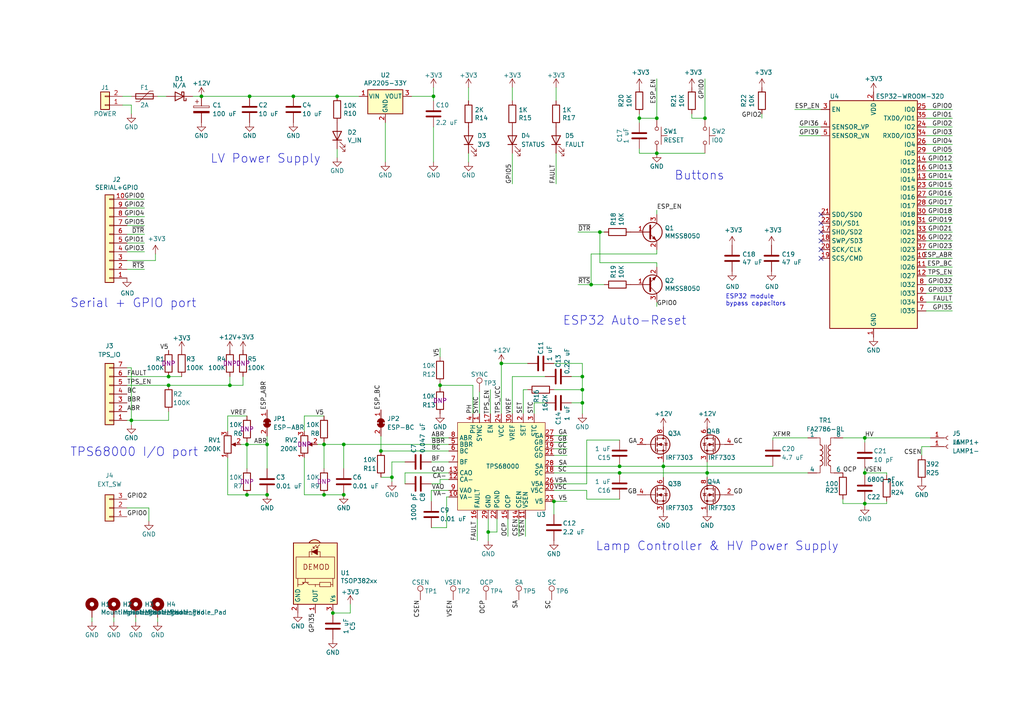
<source format=kicad_sch>
(kicad_sch (version 20211123) (generator eeschema)
  (paper "A4")
  (junction (at 141.605 154.305))
  (junction (at 48.895 111.76))
  (junction (at 38.1 121.92))
  (junction (at 97.79 27.94))
  (junction (at 168.91 113.03))
  (junction (at 110.49 130.81))
  (junction (at 66.675 111.76))
  (junction (at 99.695 128.905))
  (junction (at 168.91 109.22))
  (junction (at 192.405 135.255))
  (junction (at 179.705 135.255))
  (junction (at 160.655 145.415))
  (junction (at 190.5 44.45))
  (junction (at 77.47 143.5244))
  (junction (at 72.39 27.94))
  (junction (at 205.105 137.16))
  (junction (at 71.628 128.9194))
  (junction (at 250.825 146.05))
  (junction (at 85.09 27.94))
  (junction (at 96.54 177.7999))
  (junction (at 125.73 27.94))
  (junction (at 127.635 111.76))
  (junction (at 190.5 34.29))
  (junction (at 179.705 137.16))
  (junction (at 113.665 138.43))
  (junction (at 93.98 143.51))
  (junction (at 171.45 82.55))
  (junction (at 204.47 34.29))
  (junction (at 173.99 67.31))
  (junction (at 71.628 143.5244))
  (junction (at 77.47 128.9194))
  (junction (at 185.42 34.29))
  (junction (at 250.825 127))
  (junction (at 93.98 128.905))
  (junction (at 58.42 27.94))
  (junction (at 99.695 143.51))
  (junction (at 48.895 109.22))
  (junction (at 168.91 116.84))
  (junction (at 250.825 137.16))
  (junction (at 145.415 105.41))
  (no_connect (at 238.125 62.23))
  (no_connect (at 238.125 64.77))
  (no_connect (at 238.125 67.31))
  (no_connect (at 238.125 69.85))
  (no_connect (at 238.125 74.93))
  (no_connect (at 238.125 72.39))
  (wire (pts (xy 35.56 27.94) (xy 38.1 27.94)))
  (wire (pts (xy 93.98 143.51) (xy 88.265 143.51)))
  (wire (pts (xy 200.66 33.02) (xy 200.66 34.29)))
  (wire (pts (xy 161.29 25.4) (xy 161.29 29.21)))
  (wire (pts (xy 257.175 146.05) (xy 250.825 146.05)))
  (wire (pts (xy 33.02 180.34) (xy 33.02 179.07)))
  (wire (pts (xy 113.665 133.985) (xy 113.665 138.43)))
  (wire (pts (xy 138.43 150.495) (xy 138.43 156.845)))
  (wire (pts (xy 276.225 69.85) (xy 268.605 69.85)))
  (wire (pts (xy 99.695 135.89) (xy 99.695 128.905)))
  (wire (pts (xy 36.83 75.565) (xy 45.085 75.565)))
  (wire (pts (xy 167.64 67.31) (xy 173.99 67.31)))
  (wire (pts (xy 36.83 62.865) (xy 41.91 62.865)))
  (wire (pts (xy 77.47 126.4972) (xy 77.47 128.9194)))
  (wire (pts (xy 26.67 180.34) (xy 26.67 179.07)))
  (wire (pts (xy 119.38 27.94) (xy 125.73 27.94)))
  (wire (pts (xy 99.695 128.905) (xy 93.98 128.905)))
  (wire (pts (xy 139.065 113.665) (xy 139.065 120.015)))
  (wire (pts (xy 93.98 120.65) (xy 88.265 120.65)))
  (wire (pts (xy 244.475 144.78) (xy 244.475 146.05)))
  (wire (pts (xy 190.5 22.86) (xy 190.5 34.29)))
  (wire (pts (xy 268.605 44.45) (xy 276.225 44.45)))
  (wire (pts (xy 185.42 44.45) (xy 185.42 43.18)))
  (wire (pts (xy 142.24 113.03) (xy 142.24 120.015)))
  (wire (pts (xy 190.5 60.96) (xy 190.5 62.23)))
  (wire (pts (xy 110.49 126.492) (xy 110.49 130.81)))
  (wire (pts (xy 154.94 116.84) (xy 154.94 120.015)))
  (wire (pts (xy 268.605 52.07) (xy 276.225 52.07)))
  (wire (pts (xy 45.72 27.94) (xy 48.26 27.94)))
  (wire (pts (xy 244.475 146.05) (xy 250.825 146.05)))
  (wire (pts (xy 268.605 90.17) (xy 276.225 90.17)))
  (wire (pts (xy 224.155 127) (xy 234.315 127)))
  (wire (pts (xy 250.825 137.16) (xy 250.825 137.795)))
  (wire (pts (xy 160.655 113.03) (xy 168.91 113.03)))
  (wire (pts (xy 144.145 154.305) (xy 141.605 154.305)))
  (wire (pts (xy 150.495 150.495) (xy 150.495 155.575)))
  (wire (pts (xy 190.5 73.66) (xy 171.45 73.66)))
  (wire (pts (xy 160.655 105.41) (xy 168.91 105.41)))
  (wire (pts (xy 268.605 67.31) (xy 276.225 67.31)))
  (wire (pts (xy 190.5 87.63) (xy 190.5 88.9)))
  (wire (pts (xy 173.99 67.31) (xy 175.26 67.31)))
  (wire (pts (xy 36.83 78.105) (xy 41.91 78.105)))
  (wire (pts (xy 170.18 140.335) (xy 170.18 127.635)))
  (wire (pts (xy 129.54 153.035) (xy 129.54 144.145)))
  (wire (pts (xy 160.655 132.08) (xy 164.465 132.08)))
  (wire (pts (xy 192.405 135.255) (xy 224.155 135.255)))
  (wire (pts (xy 72.39 27.94) (xy 85.09 27.94)))
  (wire (pts (xy 165.735 109.22) (xy 168.91 109.22)))
  (wire (pts (xy 160.655 126.365) (xy 164.465 126.365)))
  (wire (pts (xy 276.225 49.53) (xy 268.605 49.53)))
  (wire (pts (xy 276.225 85.09) (xy 268.605 85.09)))
  (wire (pts (xy 160.655 145.415) (xy 160.655 149.225)))
  (wire (pts (xy 71.628 143.5244) (xy 77.47 143.5244)))
  (wire (pts (xy 173.99 76.2) (xy 173.99 67.31)))
  (wire (pts (xy 110.49 130.81) (xy 130.175 130.81)))
  (wire (pts (xy 257.175 137.795) (xy 257.175 137.16)))
  (wire (pts (xy 190.5 77.47) (xy 190.5 76.2)))
  (wire (pts (xy 71.628 128.9194) (xy 71.628 135.9044)))
  (wire (pts (xy 190.5 44.45) (xy 185.42 44.45)))
  (wire (pts (xy 111.76 35.56) (xy 111.76 46.99)))
  (wire (pts (xy 192.405 135.255) (xy 192.405 138.43)))
  (wire (pts (xy 168.91 116.84) (xy 165.735 116.84)))
  (wire (pts (xy 204.47 22.86) (xy 204.47 34.29)))
  (wire (pts (xy 137.16 120.015) (xy 137.16 111.76)))
  (wire (pts (xy 276.225 64.77) (xy 268.605 64.77)))
  (wire (pts (xy 36.83 67.945) (xy 41.91 67.945)))
  (wire (pts (xy 85.09 27.94) (xy 97.79 27.94)))
  (wire (pts (xy 179.705 137.16) (xy 205.105 137.16)))
  (wire (pts (xy 205.105 133.985) (xy 205.105 137.16)))
  (wire (pts (xy 45.085 75.565) (xy 45.085 73.66)))
  (wire (pts (xy 38.1 121.92) (xy 38.1 123.19)))
  (wire (pts (xy 185.42 34.29) (xy 190.5 34.29)))
  (wire (pts (xy 148.59 44.45) (xy 148.59 53.34)))
  (wire (pts (xy 160.655 137.16) (xy 179.705 137.16)))
  (wire (pts (xy 148.59 120.015) (xy 148.59 109.22)))
  (wire (pts (xy 268.605 62.23) (xy 276.225 62.23)))
  (wire (pts (xy 268.605 31.75) (xy 276.225 31.75)))
  (wire (pts (xy 276.225 54.61) (xy 268.605 54.61)))
  (wire (pts (xy 48.895 109.22) (xy 52.705 109.22)))
  (wire (pts (xy 268.605 57.15) (xy 276.225 57.15)))
  (wire (pts (xy 69.85 128.9194) (xy 71.628 128.9194)))
  (wire (pts (xy 231.775 39.37) (xy 238.125 39.37)))
  (wire (pts (xy 158.115 116.84) (xy 154.94 116.84)))
  (wire (pts (xy 276.225 59.69) (xy 268.605 59.69)))
  (wire (pts (xy 170.18 144.78) (xy 179.705 144.78)))
  (wire (pts (xy 127.635 111.125) (xy 127.635 111.76)))
  (wire (pts (xy 77.47 128.9194) (xy 77.47 135.9044)))
  (wire (pts (xy 205.105 137.16) (xy 205.105 138.43)))
  (wire (pts (xy 113.665 133.985) (xy 117.475 133.985)))
  (wire (pts (xy 97.79 27.94) (xy 104.14 27.94)))
  (wire (pts (xy 151.765 113.03) (xy 153.035 113.03)))
  (wire (pts (xy 148.59 109.22) (xy 158.115 109.22)))
  (wire (pts (xy 110.49 138.43) (xy 113.665 138.43)))
  (wire (pts (xy 231.775 36.83) (xy 238.125 36.83)))
  (wire (pts (xy 268.605 46.99) (xy 276.225 46.99)))
  (wire (pts (xy 268.605 82.55) (xy 276.225 82.55)))
  (wire (pts (xy 276.225 34.29) (xy 268.605 34.29)))
  (wire (pts (xy 171.45 73.66) (xy 171.45 82.55)))
  (wire (pts (xy 55.88 27.94) (xy 58.42 27.94)))
  (wire (pts (xy 70.485 111.76) (xy 70.485 109.22)))
  (wire (pts (xy 160.655 128.27) (xy 164.465 128.27)))
  (wire (pts (xy 151.765 120.015) (xy 151.765 113.03)))
  (wire (pts (xy 39.37 180.34) (xy 39.37 179.07)))
  (wire (pts (xy 269.875 129.54) (xy 267.335 129.54)))
  (wire (pts (xy 66.675 111.76) (xy 70.485 111.76)))
  (wire (pts (xy 88.265 143.51) (xy 88.265 132.715)))
  (wire (pts (xy 205.105 137.16) (xy 234.315 137.16)))
  (wire (pts (xy 125.095 140.335) (xy 127.635 140.335)))
  (wire (pts (xy 185.42 33.02) (xy 185.42 34.29)))
  (wire (pts (xy 117.475 137.16) (xy 117.475 140.335)))
  (wire (pts (xy 179.705 135.255) (xy 192.405 135.255)))
  (wire (pts (xy 130.175 142.24) (xy 125.095 142.24)))
  (wire (pts (xy 41.91 60.325) (xy 36.83 60.325)))
  (wire (pts (xy 250.825 127) (xy 250.825 128.27)))
  (wire (pts (xy 36.83 70.485) (xy 41.91 70.485)))
  (wire (pts (xy 127.635 111.76) (xy 127.635 112.395)))
  (wire (pts (xy 257.175 137.16) (xy 250.825 137.16)))
  (wire (pts (xy 36.83 109.22) (xy 48.895 109.22)))
  (wire (pts (xy 250.825 135.89) (xy 250.825 137.16)))
  (wire (pts (xy 36.83 111.76) (xy 48.895 111.76)))
  (wire (pts (xy 224.155 127) (xy 224.155 127.635)))
  (wire (pts (xy 43.18 147.32) (xy 43.18 151.13)))
  (wire (pts (xy 161.29 44.45) (xy 161.29 53.34)))
  (wire (pts (xy 141.605 150.495) (xy 141.605 154.305)))
  (wire (pts (xy 36.83 147.32) (xy 43.18 147.32)))
  (wire (pts (xy 250.825 145.415) (xy 250.825 146.05)))
  (wire (pts (xy 66.04 125.1094) (xy 66.04 120.65)))
  (wire (pts (xy 66.675 109.22) (xy 66.675 111.76)))
  (wire (pts (xy 125.095 133.985) (xy 130.175 133.985)))
  (wire (pts (xy 125.73 46.99) (xy 125.73 36.83)))
  (wire (pts (xy 230.505 31.75) (xy 238.125 31.75)))
  (wire (pts (xy 145.415 120.015) (xy 145.415 105.41)))
  (wire (pts (xy 141.605 154.305) (xy 141.605 156.845)))
  (wire (pts (xy 276.225 80.01) (xy 268.605 80.01)))
  (wire (pts (xy 148.59 25.4) (xy 148.59 29.21)))
  (wire (pts (xy 276.225 74.93) (xy 268.605 74.93)))
  (wire (pts (xy 125.73 29.21) (xy 125.73 27.94)))
  (wire (pts (xy 170.18 127.635) (xy 179.705 127.635)))
  (wire (pts (xy 170.18 142.24) (xy 170.18 144.78)))
  (wire (pts (xy 204.47 44.45) (xy 190.5 44.45)))
  (wire (pts (xy 36.83 57.785) (xy 41.91 57.785)))
  (wire (pts (xy 160.655 142.24) (xy 170.18 142.24)))
  (wire (pts (xy 125.095 127) (xy 130.175 127)))
  (wire (pts (xy 38.1 106.68) (xy 38.1 121.92)))
  (wire (pts (xy 276.225 39.37) (xy 268.605 39.37)))
  (wire (pts (xy 268.605 72.39) (xy 276.225 72.39)))
  (wire (pts (xy 268.605 77.47) (xy 276.225 77.47)))
  (wire (pts (xy 268.605 87.63) (xy 276.225 87.63)))
  (wire (pts (xy 38.1 33.02) (xy 38.1 30.48)))
  (wire (pts (xy 48.895 111.76) (xy 66.675 111.76)))
  (wire (pts (xy 147.32 150.495) (xy 147.32 155.575)))
  (wire (pts (xy 113.665 138.43) (xy 113.665 139.7)))
  (wire (pts (xy 45.72 180.34) (xy 45.72 179.07)))
  (wire (pts (xy 93.98 128.905) (xy 93.98 135.89)))
  (wire (pts (xy 168.91 109.22) (xy 168.91 113.03)))
  (wire (pts (xy 92.075 128.905) (xy 93.98 128.905)))
  (wire (pts (xy 135.89 46.99) (xy 135.89 44.45)))
  (wire (pts (xy 127.635 100.965) (xy 127.635 103.505)))
  (wire (pts (xy 160.655 135.255) (xy 179.705 135.255)))
  (wire (pts (xy 267.335 129.54) (xy 267.335 132.08)))
  (wire (pts (xy 35.56 30.48) (xy 38.1 30.48)))
  (wire (pts (xy 101.5999 177.7999) (xy 101.5999 175.26)))
  (wire (pts (xy 96.54 177.7999) (xy 101.5999 177.7999)))
  (wire (pts (xy 71.628 128.9194) (xy 77.47 128.9194)))
  (wire (pts (xy 48.895 121.92) (xy 38.1 121.92)))
  (wire (pts (xy 268.605 41.91) (xy 276.225 41.91)))
  (wire (pts (xy 125.73 25.4) (xy 125.73 27.94)))
  (wire (pts (xy 93.98 128.905) (xy 93.98 128.27)))
  (wire (pts (xy 127.635 140.335) (xy 127.635 139.065)))
  (wire (pts (xy 168.91 120.015) (xy 168.91 116.84)))
  (wire (pts (xy 160.655 130.175) (xy 164.465 130.175)))
  (wire (pts (xy 99.695 128.905) (xy 130.175 128.905)))
  (wire (pts (xy 257.175 145.415) (xy 257.175 146.05)))
  (wire (pts (xy 185.42 34.29) (xy 185.42 35.56)))
  (wire (pts (xy 167.64 82.55) (xy 171.45 82.55)))
  (wire (pts (xy 127.635 139.065) (xy 130.175 139.065)))
  (wire (pts (xy 160.655 140.335) (xy 170.18 140.335)))
  (wire (pts (xy 160.655 145.415) (xy 164.465 145.415)))
  (wire (pts (xy 171.45 82.55) (xy 175.26 82.55)))
  (wire (pts (xy 129.54 144.145) (xy 130.175 144.145)))
  (wire (pts (xy 130.175 137.16) (xy 117.475 137.16)))
  (wire (pts (xy 220.98 33.02) (xy 220.98 34.29)))
  (wire (pts (xy 97.79 43.18) (xy 97.79 45.72)))
  (wire (pts (xy 250.825 146.05) (xy 250.825 146.685)))
  (wire (pts (xy 190.5 72.39) (xy 190.5 73.66)))
  (wire (pts (xy 200.66 34.29) (xy 204.47 34.29)))
  (wire (pts (xy 250.825 127) (xy 269.875 127)))
  (wire (pts (xy 152.4 150.495) (xy 152.4 155.575)))
  (wire (pts (xy 168.91 113.03) (xy 168.91 116.84)))
  (wire (pts (xy 268.605 36.83) (xy 276.225 36.83)))
  (wire (pts (xy 192.405 133.985) (xy 192.405 135.255)))
  (wire (pts (xy 144.145 150.495) (xy 144.145 154.305)))
  (wire (pts (xy 125.095 142.24) (xy 125.095 145.415)))
  (wire (pts (xy 71.628 143.5244) (xy 66.04 143.5244)))
  (wire (pts (xy 58.42 27.94) (xy 72.39 27.94)))
  (wire (pts (xy 190.5 76.2) (xy 173.99 76.2)))
  (wire (pts (xy 66.04 143.5244) (xy 66.04 132.7294)))
  (wire (pts (xy 41.91 73.025) (xy 36.83 73.025)))
  (wire (pts (xy 135.89 25.4) (xy 135.89 29.21)))
  (wire (pts (xy 41.91 65.405) (xy 36.83 65.405)))
  (wire (pts (xy 137.16 111.76) (xy 127.635 111.76)))
  (wire (pts (xy 66.04 120.65) (xy 71.628 120.65)))
  (wire (pts (xy 36.83 106.68) (xy 38.1 106.68)))
  (wire (pts (xy 71.628 128.9194) (xy 71.628 128.27)))
  (wire (pts (xy 145.415 105.41) (xy 153.035 105.41)))
  (wire (pts (xy 48.895 119.38) (xy 48.895 121.92)))
  (wire (pts (xy 125.095 153.035) (xy 129.54 153.035)))
  (wire (pts (xy 36.83 121.92) (xy 38.1 121.92)))
  (wire (pts (xy 88.265 120.65) (xy 88.265 125.095)))
  (wire (pts (xy 244.475 127) (xy 250.825 127)))
  (wire (pts (xy 93.98 143.51) (xy 99.695 143.51)))
  (wire (pts (xy 168.91 105.41) (xy 168.91 109.22)))
  (text "ESP32 module\nbypass capacitors" (at 210.439 88.9 0) (effects (font (size 1.27 1.27)) (justify left bottom)))
  (text "Lamp Controller & HV Power Supply" (at 172.72 160.02 0) (effects (font (size 2.54 2.54)) (justify left bottom)))
  (text "TPS68000 I/O port" (at 20.32 132.715 0) (effects (font (size 2.54 2.54)) (justify left bottom)))
  (text "Serial + GPIO port" (at 20.32 89.535 0) (effects (font (size 2.54 2.54)) (justify left bottom)))
  (text "ESP32 Auto-Reset" (at 163.195 94.615 0) (effects (font (size 2.54 2.54)) (justify left bottom)))
  (text "LV Power Supply" (at 60.96 47.625 0) (effects (font (size 2.54 2.54)) (justify left bottom)))
  (text "Buttons" (at 195.58 52.5043 0) (effects (font (size 2.54 2.54)) (justify left bottom)))
  (label "GPIO5" (at 148.59 53.34 90))
  (label "GB" (at 164.465 128.27 180))
  (label "ESP_EN" (at 190.5 22.86 270))
  (label "GPIO5" (at 41.91 65.405 180))
  (label "BF" (at 125.095 133.985 0))
  (label "GPIO32" (at 276.225 82.55 180))
  (label "GPIO3" (at 276.225 39.37 180))
  (label "GA" (at 184.785 128.905 180))
  (label "SA" (at 164.465 135.255 180))
  (label "ESP_ABR" (at 276.225 74.93 180))
  (label "GPIO19" (at 276.225 64.77 180))
  (label "ESP_EN" (at 190.5 60.96 0))
  (label "BBR" (at 125.095 128.905 0))
  (label "ESP_ABR" (at 77.47 118.8772 90))
  (label "SC" (at 160.02 173.99 270))
  (label "OCP" (at 140.97 173.99 270))
  (label "GPIO0" (at 36.83 149.86 0))
  (label "GPIO0" (at 41.91 57.785 180))
  (label "FAULT" (at 276.225 87.63 180))
  (label "GC" (at 212.725 128.905 0))
  (label "GPIO17" (at 276.225 59.69 180))
  (label "GPIO1" (at 276.225 34.29 180))
  (label "VREF" (at 148.59 120.015 90))
  (label "CA-" (at 129.54 139.065 180))
  (label "GC" (at 164.465 130.175 180))
  (label "VSEN" (at 152.4 155.575 90))
  (label "CSEN" (at 121.92 173.99 270))
  (label "V5A" (at 164.465 140.335 180))
  (label "GPIO15" (at 276.225 54.61 180))
  (label "FAULT" (at 36.83 109.22 0))
  (label "ESP_EN" (at 230.505 31.75 0))
  (label "GA" (at 164.465 126.365 180))
  (label "GPIO33" (at 276.225 85.09 180))
  (label "BC" (at 36.83 114.3 0))
  (label "V5" (at 93.9799 120.65 180))
  (label "GPIO22" (at 276.225 69.85 180))
  (label "GPIO4" (at 276.225 41.91 180))
  (label "OCP" (at 244.475 137.16 0))
  (label "~{DTR}" (at 41.91 67.945 180))
  (label "FAULT" (at 138.43 156.845 90))
  (label "ABR" (at 125.095 127 0))
  (label "STC" (at 154.94 120.015 90))
  (label "GPI35" (at 276.225 90.17 180))
  (label "ESP_BC" (at 110.49 118.872 90))
  (label "CSEN" (at 267.335 132.08 180))
  (label "ESP_BC" (at 276.225 77.47 180))
  (label "GPI36" (at 231.775 36.83 0))
  (label "GPIO0" (at 276.225 31.75 180))
  (label "V5" (at 127.635 100.965 270))
  (label "GPIO2" (at 220.98 34.29 180))
  (label "GD" (at 164.465 132.08 180))
  (label "GD" (at 212.725 143.51 0))
  (label "GPIO0" (at 204.47 22.86 270))
  (label "VSEN" (at 131.445 173.99 270))
  (label "GPIO2" (at 276.225 36.83 180))
  (label "CAO" (at 125.095 137.16 0))
  (label "SYNC" (at 139.065 120.015 90))
  (label "ABR" (at 36.83 119.38 0))
  (label "PH" (at 137.16 120.015 90))
  (label "XFMR" (at 224.155 127 0))
  (label "GPIO18" (at 276.225 62.23 180))
  (label "GPIO1" (at 41.91 70.485 180))
  (label "SET" (at 151.765 120.015 90))
  (label "GPIO14" (at 276.225 52.07 180))
  (label "CSEN" (at 150.495 155.575 90))
  (label "FAULT" (at 161.29 53.34 90))
  (label "VAO" (at 128.905 142.24 180))
  (label "V5" (at 164.465 145.415 180))
  (label "VA-" (at 129.54 144.145 180))
  (label "GPIO16" (at 276.225 57.15 180))
  (label "TPS_EN" (at 276.225 80.01 180))
  (label "GPIO5" (at 276.225 44.45 180))
  (label "GPIO4" (at 41.91 62.865 180))
  (label "GB" (at 184.785 143.51 180))
  (label "V5" (at 48.895 101.6 180))
  (label "GPIO2" (at 36.83 144.78 0))
  (label "GPIO2" (at 41.91 60.325 180))
  (label "GPIO23" (at 276.225 72.39 180))
  (label "BC" (at 125.095 130.81 0))
  (label "TPS_VCC" (at 145.415 120.015 90))
  (label "TPS_EN" (at 142.24 113.03 270))
  (label "~{RTS}" (at 167.64 82.55 0))
  (label "ABR" (at 77.47 128.9194 180))
  (label "GPIO12" (at 276.225 46.99 180))
  (label "~{DTR}" (at 167.64 67.31 0))
  (label "GPIO21" (at 276.225 67.31 180))
  (label "GPIO13" (at 276.225 49.53 180))
  (label "V5C" (at 164.465 142.24 180))
  (label "HV" (at 250.825 127 0))
  (label "GPIO0" (at 190.5 88.9 0))
  (label "TPS_EN" (at 36.83 111.76 0))
  (label "GPI35" (at 91.46 177.7999 270))
  (label "GPIO3" (at 41.91 73.025 180))
  (label "GPI39" (at 231.775 39.37 0))
  (label "SC" (at 164.465 137.16 180))
  (label "BBR" (at 36.83 116.84 0))
  (label "~{RTS}" (at 41.91 78.105 180))
  (label "VREF" (at 71.628 120.65 180))
  (label "VSEN" (at 250.825 137.16 0))
  (label "OCP" (at 147.32 155.575 90))
  (label "SA" (at 150.495 173.99 270))
  (symbol (lib_id "Device:R") (at 267.335 135.89 180) (unit 1)
    (property "Reference" "R25" (at 272.415 137.16 0) (effects (justify left)))
    (property "Value" "392" (at 272.415 134.62 0) (effects (justify left)))
    (property "Footprint" "Resistor_SMD:R_0805_2012Metric" (effects hide))
    (property "MPN1" "RC0805FR-07392RL" (effects hide))
  )
  (symbol (lib_id "power:GND") (at 168.91 120.015 0) (unit 1)
    (property "Reference" "#PWR035" (effects hide))
    (property "Value" "GND" (at 168.91 123.825 0))
  )
  (symbol (lib_id "power:GND") (at 223.774 78.74 0) (unit 1)
    (property "Reference" "#PWR047" (effects hide))
    (property "Value" "GND" (at 223.901 83.1342 0))
  )
  (symbol (lib_id "power:+3.3V") (at 70.485 101.6 0) (unit 1)
    (property "Reference" "#PWR014" (effects hide))
    (property "Value" "+3.3V" (at 71.12 97.79 0))
  )
  (symbol (lib_id "Interface_Optical:TSOP382xx") (at 91.46 167.6399 270) (unit 1)
    (property "Reference" "U1" (at 98.7752 166.1667 90) (effects (justify left)))
    (property "Value" "TSOP382xx" (at 98.7752 168.4781 90) (effects (justify left)))
    (property "Footprint" "OptoDevice:Vishay_MINICAST-3Pin" (effects hide))
    (property "Datasheet" "http://www.vishay.com/docs/82491/tsop382.pdf" (effects hide))
    (property "MPN1" "TSOP38238" (effects hide))
  )
  (symbol (lib_id "Connector_Generic:Conn_01x07") (at 31.75 114.3 180) (unit 1)
    (property "Reference" "J3" (at 31.75 100.33 0))
    (property "Value" "TPS_IO" (at 31.75 102.87 0))
    (property "Footprint" "Connector_PinSocket_2.54mm:PinSocket_1x07_P2.54mm_Vertical" (effects hide))
  )
  (symbol (lib_id "Device:R") (at 244.475 140.97 180) (unit 1)
    (property "Reference" "R23" (at 243.205 142.24 0) (effects (justify left)))
    (property "Value" "100" (at 243.205 140.335 0) (effects (justify left)))
    (property "Footprint" "Resistor_SMD:R_0805_2012Metric" (effects hide))
    (property "MPN1" "RC0805FR-07100RL" (effects hide))
  )
  (symbol (lib_id "power:GND") (at 212.344 78.74 0) (unit 1)
    (property "Reference" "#PWR044" (effects hide))
    (property "Value" "GND" (at 212.471 83.1342 0))
  )
  (symbol (lib_id "Device:R") (at 161.29 33.02 0) (mirror y) (unit 1)
    (property "Reference" "R17" (at 163.068 34.1884 0) (effects (justify right)))
    (property "Value" "1K" (at 163.068 31.877 0) (effects (justify right)))
    (property "Footprint" "Resistor_SMD:R_0805_2012Metric" (effects hide))
    (property "MPN1" "RC0805FR-071KL" (effects hide))
  )
  (symbol (lib_id "Device:C") (at 223.774 74.93 0) (unit 1)
    (property "Reference" "C19" (at 226.695 73.7616 0) (effects (justify left)))
    (property "Value" "47 uF" (at 226.695 76.073 0) (effects (justify left)))
    (property "Footprint" "Capacitor_SMD:C_0805_2012Metric" (effects hide))
    (property "MPN1" "GRM21BR60J476ME15L" (effects hide))
  )
  (symbol (lib_id "power:GND") (at 58.42 35.56 0) (unit 1)
    (property "Reference" "#PWR012" (effects hide))
    (property "Value" "GND" (at 58.42 39.37 0))
  )
  (symbol (lib_id "Device:LED") (at 161.29 40.64 90) (unit 1)
    (property "Reference" "D5" (at 163.83 39.37 90) (effects (justify right)))
    (property "Value" "FAULT" (at 163.83 41.91 90) (effects (justify right)))
    (property "Footprint" "LED_SMD:LED_0805_2012Metric" (effects hide))
    (property "MPN1" "APT2012EC" (effects hide))
  )
  (symbol (lib_id "power:GND") (at 26.67 180.34 0) (unit 1)
    (property "Reference" "#PWR01" (effects hide))
    (property "Value" "GND" (at 26.67 184.15 0))
  )
  (symbol (lib_id "power:+3V3") (at 253.365 26.67 0) (unit 1)
    (property "Reference" "#PWR049" (effects hide))
    (property "Value" "+3V3" (at 253.365 22.86 0))
  )
  (symbol (lib_id "power:GND") (at 125.73 46.99 0) (unit 1)
    (property "Reference" "#PWR026" (effects hide))
    (property "Value" "GND" (at 125.73 50.8 0))
  )
  (symbol (lib_id "power:+12V") (at 145.415 105.41 0) (unit 1)
    (property "Reference" "#PWR031" (effects hide))
    (property "Value" "+12V" (at 145.415 101.6 0))
  )
  (symbol (lib_id "Device:C") (at 96.54 181.6099 180) (unit 1)
    (property "Reference" "C5" (at 102.255 181.6099 90))
    (property "Value" "1 uF" (at 100.35 181.6099 90))
    (property "Footprint" "Capacitor_SMD:C_0805_2012Metric" (effects hide))
    (property "MPN1" "C2012X5R1E105M125AA" (effects hide))
  )
  (symbol (lib_id "power:GND") (at 113.665 139.7 0) (unit 1)
    (property "Reference" "#PWR024" (effects hide))
    (property "Value" "GND" (at 113.665 143.51 0))
  )
  (symbol (lib_id "Device:R") (at 179.07 67.31 270) (unit 1)
    (property "Reference" "R18" (at 177.9016 65.532 0) (effects (justify right)))
    (property "Value" "10K" (at 180.213 65.532 0) (effects (justify right)))
    (property "Footprint" "Resistor_SMD:R_0805_2012Metric" (effects hide))
    (property "MPN1" "RC0805FR-0710KL" (effects hide))
  )
  (symbol (lib_id "Device:R_Potentiometer") (at 88.265 128.905 0) (mirror x) (unit 1)
    (property "Reference" "RV2" (at 86.36 127.6349 0) (effects (justify right)))
    (property "Value" "200K" (at 86.36 130.1749 0) (effects (justify right)))
    (property "Footprint" "Potentiometer_THT:Potentiometer_Bourns_3266W_Vertical" (effects hide))
    (property "MPN1" "3266W-1-204LF" (effects hide))
    (property "Population" "DNP" (at 88.265 128.905 0))
  )
  (symbol (lib_id "power:+3.3V") (at 185.42 25.4 0) (unit 1)
    (property "Reference" "#PWR036" (effects hide))
    (property "Value" "+3.3V" (at 185.801 21.0058 0))
  )
  (symbol (lib_id "Device:LED") (at 135.89 40.64 90) (unit 1)
    (property "Reference" "D3" (at 138.43 39.37 90) (effects (justify right)))
    (property "Value" "3V3" (at 138.43 41.91 90) (effects (justify right)))
    (property "Footprint" "LED_SMD:LED_0805_2012Metric" (effects hide))
    (property "MPN1" "LSM0805543V" (effects hide))
  )
  (symbol (lib_id "Device:C") (at 179.705 140.97 180) (unit 1)
    (property "Reference" "C16" (at 177.165 142.24 0) (effects (justify left)))
    (property "Value" "1 uF" (at 177.165 139.7 0) (effects (justify left)))
    (property "Footprint" "Capacitor_SMD:C_0805_2012Metric" (effects hide))
    (property "MPN1" "C2012X5R1E105M125AA" (effects hide))
  )
  (symbol (lib_id "Switch:SW_Push") (at 190.5 39.37 270) (unit 1)
    (property "Reference" "SW1" (at 192.405 38.1 90) (effects (justify left)))
    (property "Value" "RESET" (at 192.405 40.64 90) (effects (justify left)))
    (property "Footprint" "Button_Switch_SMD:SW_Push_1P1T_NO_CK_KMR2" (effects hide))
    (property "MPN1" "KMR221GLFS" (effects hide))
  )
  (symbol (lib_id "RF_Module:ESP32-WROOM-32D") (at 253.365 62.23 0) (unit 1)
    (property "Reference" "U4" (at 240.665 27.94 0) (effects (justify left)))
    (property "Value" "ESP32-WROOM-32D" (at 254 27.94 0) (effects (justify left)))
    (property "Footprint" "RF_Module:ESP32-WROOM-32" (effects hide))
    (property "Datasheet" "https://www.espressif.com/sites/default/files/documentation/esp32-wroom-32d_esp32-wroom-32u_datasheet_en.pdf" (effects hide))
    (property "MPN1" "ESP32-WROOM-32D" (effects hide))
  )
  (symbol (lib_id "Device:C") (at 125.73 33.02 0) (unit 1)
    (property "Reference" "C10" (at 126.365 30.48 0) (effects (justify left)))
    (property "Value" "2.2 uF" (at 126.365 35.56 0) (effects (justify left)))
    (property "Footprint" "Capacitor_SMD:C_0805_2012Metric" (effects hide))
    (property "MPN1" "C2012X5R1E225M125AC" (effects hide))
  )
  (symbol (lib_id "Mechanical:MountingHole_Pad") (at 39.37 176.53 0) (unit 1)
    (property "Reference" "H3" (at 41.91 175.2854 0) (effects (justify left)))
    (property "Value" "MountingHole_Pad" (at 41.91 177.5968 0) (effects (justify left)))
    (property "Footprint" "MountingHole:MountingHole_3.2mm_M3_Pad_Via" (effects hide))
  )
  (symbol (lib_id "Device:R") (at 135.89 33.02 0) (mirror y) (unit 1)
    (property "Reference" "R14" (at 137.668 34.1884 0) (effects (justify right)))
    (property "Value" "2K" (at 137.668 31.877 0) (effects (justify right)))
    (property "Footprint" "Resistor_SMD:R_0805_2012Metric" (effects hide))
    (property "MPN1" "RC0805FR-072KL" (effects hide))
  )
  (symbol (lib_id "power:+12V") (at 66.675 101.6 0) (unit 1)
    (property "Reference" "#PWR013" (effects hide))
    (property "Value" "+12V" (at 66.04 97.79 0))
  )
  (symbol (lib_id "Connector:Conn_01x01_Female") (at 274.955 129.54 0) (unit 1)
    (property "Reference" "J6" (at 276.225 128.2699 0) (effects (justify left)))
    (property "Value" "LAMP1-" (at 276.225 130.8099 0) (effects (justify left)))
    (property "Footprint" "SmartNeonPSU:SpringContact_9.9mm_5mm" (effects hide))
  )
  (symbol (lib_id "power:+3.3V") (at 101.5999 175.26 0) (unit 1)
    (property "Reference" "#PWR022" (effects hide))
    (property "Value" "+3.3V" (at 101.5999 171.704 0))
  )
  (symbol (lib_id "power:GND") (at 77.47 143.5244 0) (unit 1)
    (property "Reference" "#PWR016" (effects hide))
    (property "Value" "GND" (at 77.47 147.3344 0))
  )
  (symbol (lib_id "power:+12V") (at 205.105 123.825 0) (unit 1)
    (property "Reference" "#PWR041" (effects hide))
    (property "Value" "+12V" (at 205.105 120.015 0))
  )
  (symbol (lib_id "ClimateSprinklerController:MMSS8050") (at 187.96 82.55 0) (mirror x) (unit 1)
    (property "Reference" "Q2" (at 192.786 81.3816 0) (effects (justify left)))
    (property "Value" "MMSS8050" (at 192.786 83.693 0) (effects (justify left)))
    (property "Footprint" "Package_TO_SOT_SMD:SOT-23" (effects hide))
    (property "Datasheet" "https://www.mccsemi.com/pdf/Products/MMSS8050(SOT-23).pdf" (effects hide))
    (property "MPN1" "MMSS8050" (effects hide))
  )
  (symbol (lib_id "Device:C") (at 156.845 105.41 90) (unit 1)
    (property "Reference" "C11" (at 156.845 102.87 0) (effects (justify left)))
    (property "Value" "1 uF" (at 159.385 104.775 0) (effects (justify left)))
    (property "Footprint" "Capacitor_SMD:C_0805_2012Metric" (effects hide))
    (property "MPN1" "C2012X5R1E105M125AA" (effects hide))
  )
  (symbol (lib_id "power:GND") (at 267.335 139.7 0) (unit 1)
    (property "Reference" "#PWR051" (effects hide))
    (property "Value" "GND" (at 267.335 143.51 0))
  )
  (symbol (lib_id "power:GND") (at 141.605 156.845 0) (unit 1)
    (property "Reference" "#PWR030" (effects hide))
    (property "Value" "GND" (at 141.605 160.655 0))
  )
  (symbol (lib_id "ClimateSprinklerController:MMSS8050") (at 187.96 67.31 0) (unit 1)
    (property "Reference" "Q1" (at 192.786 66.1416 0) (effects (justify left)))
    (property "Value" "MMSS8050" (at 192.786 68.453 0) (effects (justify left)))
    (property "Footprint" "Package_TO_SOT_SMD:SOT-23" (effects hide))
    (property "Datasheet" "https://www.mccsemi.com/pdf/Products/MMSS8050(SOT-23).pdf" (effects hide))
    (property "MPN1" "MMSS8050" (effects hide))
  )
  (symbol (lib_id "Device:C") (at 77.47 139.7144 0) (unit 1)
    (property "Reference" "C3" (at 80.01 138.4444 0) (effects (justify left)))
    (property "Value" "0.01 uF" (at 80.01 140.9844 0) (effects (justify left)))
    (property "Footprint" "Capacitor_SMD:C_0805_2012Metric" (effects hide))
    (property "MPN1" "CC0805JRX7R8BB103" (effects hide))
  )
  (symbol (lib_id "Device:R") (at 66.675 105.41 0) (unit 1)
    (property "Reference" "R4" (at 62.865 104.14 0) (effects (justify left)))
    (property "Value" "100K" (at 60.325 106.68 0) (effects (justify left)))
    (property "Footprint" "Resistor_SMD:R_0805_2012Metric" (effects hide))
    (property "MPN1" "RC0805FR-07100KL" (effects hide))
    (property "Population" "DNP" (at 66.675 105.41 0))
  )
  (symbol (lib_id "power:+3.3V") (at 148.59 25.4 0) (unit 1)
    (property "Reference" "#PWR032" (effects hide))
    (property "Value" "+3.3V" (at 148.59 21.844 0))
  )
  (symbol (lib_id "Device:C") (at 185.42 39.37 0) (unit 1)
    (property "Reference" "C17" (at 179.705 39.37 90))
    (property "Value" "1 uF" (at 181.61 39.37 90))
    (property "Footprint" "Capacitor_SMD:C_0805_2012Metric" (effects hide))
    (property "MPN1" "C2012X5R1E105M125AA" (effects hide))
  )
  (symbol (lib_id "power:GND") (at 99.695 143.51 0) (unit 1)
    (property "Reference" "#PWR021" (effects hide))
    (property "Value" "GND" (at 99.695 147.32 0))
  )
  (symbol (lib_id "Regulator_Linear:AP2204R-3.3") (at 111.76 27.94 0) (unit 1)
    (property "Reference" "U2" (at 111.76 21.7932 0))
    (property "Value" "AP2205-33Y" (at 111.76 24.1046 0))
    (property "Footprint" "Package_TO_SOT_SMD:SOT-89-3" (effects hide))
    (property "Datasheet" "https://www.diodes.com/assets/Datasheets/AP2205.pdf" (effects hide))
    (property "MPN1" "AP2205-33Y" (effects hide))
  )
  (symbol (lib_id "Device:C") (at 250.825 132.08 0) (unit 1)
    (property "Reference" "C21" (at 253.365 130.81 0) (effects (justify left)))
    (property "Value" "10 pF" (at 253.365 133.35 0) (effects (justify left)))
    (property "Footprint" "Capacitor_SMD:C_1808_4520Metric_Slot" (effects hide))
    (property "MPN1" "C4520C0G3F100F" (effects hide))
  )
  (symbol (lib_id "Device:C") (at 160.655 153.035 0) (unit 1)
    (property "Reference" "C12" (at 163.195 151.765 0) (effects (justify left)))
    (property "Value" "2.2 uF" (at 163.195 154.305 0) (effects (justify left)))
    (property "Footprint" "Capacitor_SMD:C_0805_2012Metric" (effects hide))
    (property "MPN1" "C2012X5R1E225M125AC" (effects hide))
  )
  (symbol (lib_id "Mechanical:MountingHole_Pad") (at 33.02 176.53 0) (unit 1)
    (property "Reference" "H2" (at 35.56 175.2854 0) (effects (justify left)))
    (property "Value" "MountingHole_Pad" (at 35.56 177.5968 0) (effects (justify left)))
    (property "Footprint" "MountingHole:MountingHole_3.2mm_M3_Pad_Via" (effects hide))
  )
  (symbol (lib_id "power:GND") (at 160.655 156.845 0) (unit 1)
    (property "Reference" "#PWR033" (effects hide))
    (property "Value" "GND" (at 160.655 160.655 0))
  )
  (symbol (lib_id "power:+3V3") (at 45.085 73.66 0) (unit 1)
    (property "Reference" "#PWR08" (effects hide))
    (property "Value" "+3V3" (at 45.466 69.2658 0))
  )
  (symbol (lib_id "Device:C") (at 250.825 141.605 0) (unit 1)
    (property "Reference" "C22" (at 251.46 144.145 0) (effects (justify left)))
    (property "Value" "6800 pF" (at 251.46 139.065 0) (effects (justify left)))
    (property "Footprint" "Capacitor_SMD:C_0805_2012Metric" (effects hide))
    (property "MPN1" "CC0805KRX7R9BB682" (effects hide))
  )
  (symbol (lib_id "power:+12V") (at 58.42 27.94 0) (unit 1)
    (property "Reference" "#PWR011" (effects hide))
    (property "Value" "+12V" (at 58.42 24.13 0))
  )
  (symbol (lib_id "power:GND") (at 45.72 180.34 0) (unit 1)
    (property "Reference" "#PWR09" (effects hide))
    (property "Value" "GND" (at 45.72 184.15 0))
  )
  (symbol (lib_id "power:GND") (at 96.54 185.4199 0) (unit 1)
    (property "Reference" "#PWR019" (effects hide))
    (property "Value" "GND" (at 96.54 189.2299 0))
  )
  (symbol (lib_id "Jumper:SolderJumper_2_Bridged") (at 110.49 122.682 270) (unit 1)
    (property "Reference" "JP2" (at 112.268 121.4119 90) (effects (justify left)))
    (property "Value" "ESP-BC" (at 112.268 123.9519 90) (effects (justify left)))
    (property "Footprint" "Jumper:SolderJumper-2_P1.3mm_Bridged_RoundedPad1.0x1.5mm" (effects hide))
  )
  (symbol (lib_id "NeonDimmablePSU:IRF7303") (at 189.865 143.51 0) (unit 2)
    (property "Reference" "Q3" (at 193.675 140.335 0) (effects (justify left)))
    (property "Value" "IRF7303" (at 193.04 147.32 0) (effects (justify left)))
    (property "Footprint" "Package_SO:SOIC-8_3.9x4.9mm_P1.27mm" (effects hide))
    (property "Datasheet" "https://www.infineon.com/dgdl/irf7303pbf.pdf?fileId=5546d462533600a4015355f1c70a1afc" (effects hide))
    (property "MPN1" "IRF7303TRPBF" (effects hide))
  )
  (symbol (lib_id "Device:LED") (at 148.59 40.64 90) (unit 1)
    (property "Reference" "D4" (at 151.13 39.37 90) (effects (justify right)))
    (property "Value" "STATUS" (at 151.13 41.91 90) (effects (justify right)))
    (property "Footprint" "LED_SMD:LED_0805_2012Metric" (effects hide))
    (property "MPN1" "APT2012EC" (effects hide))
  )
  (symbol (lib_id "Device:R") (at 127.635 107.315 180) (unit 1)
    (property "Reference" "R12" (at 126.365 108.585 0) (effects (justify left)))
    (property "Value" "10K" (at 126.365 106.045 0) (effects (justify left)))
    (property "Footprint" "Resistor_SMD:R_0805_2012Metric" (effects hide))
    (property "MPN1" "RC0805FR-0710KL" (effects hide))
  )
  (symbol (lib_id "Device:C") (at 121.285 133.985 90) (unit 1)
    (property "Reference" "C7" (at 120.015 131.445 0) (effects (justify left)))
    (property "Value" "0.047 uF" (at 122.555 131.445 0) (effects (justify left)))
    (property "Footprint" "Capacitor_SMD:C_0805_2012Metric" (effects hide))
    (property "MPN1" "CC0805JRX7R9BB473" (effects hide))
  )
  (symbol (lib_id "Device:R") (at 257.175 141.605 180) (unit 1)
    (property "Reference" "R24" (at 262.255 142.875 0) (effects (justify left)))
    (property "Value" "10K" (at 262.255 140.335 0) (effects (justify left)))
    (property "Footprint" "Resistor_SMD:R_0805_2012Metric" (effects hide))
    (property "MPN1" "RC0805FR-0710KL" (effects hide))
  )
  (symbol (lib_id "power:GND") (at 205.105 148.59 0) (unit 1)
    (property "Reference" "#PWR042" (effects hide))
    (property "Value" "GND" (at 205.105 152.4 0))
  )
  (symbol (lib_id "Device:C") (at 121.285 140.335 270) (unit 1)
    (property "Reference" "C8" (at 122.555 142.875 0) (effects (justify left)))
    (property "Value" "1000 pF" (at 120.015 142.875 0) (effects (justify left)))
    (property "Footprint" "Capacitor_SMD:C_0805_2012Metric" (effects hide))
    (property "MPN1" "CC0805KRX7R9BB102" (effects hide))
  )
  (symbol (lib_id "power:+3.3V") (at 135.89 25.4 0) (unit 1)
    (property "Reference" "#PWR028" (effects hide))
    (property "Value" "+3.3V" (at 135.89 21.844 0))
  )
  (symbol (lib_id "power:GND") (at 72.39 35.56 0) (unit 1)
    (property "Reference" "#PWR015" (effects hide))
    (property "Value" "GND" (at 72.39 39.37 0))
  )
  (symbol (lib_id "Device:C") (at 179.705 131.445 180) (unit 1)
    (property "Reference" "C15" (at 177.165 132.715 0) (effects (justify left)))
    (property "Value" "1 uF" (at 177.165 130.175 0) (effects (justify left)))
    (property "Footprint" "Capacitor_SMD:C_0805_2012Metric" (effects hide))
    (property "MPN1" "C2012X5R1E105M125AA" (effects hide))
  )
  (symbol (lib_id "Device:C") (at 125.095 149.225 0) (unit 1)
    (property "Reference" "C9" (at 127.635 147.955 0) (effects (justify left)))
    (property "Value" "0.01 uF" (at 127.635 150.495 0) (effects (justify left)))
    (property "Footprint" "Capacitor_SMD:C_0805_2012Metric" (effects hide))
    (property "MPN1" "CC0805JRX7R8BB103" (effects hide))
  )
  (symbol (lib_id "Mechanical:MountingHole_Pad") (at 45.72 176.53 0) (unit 1)
    (property "Reference" "H4" (at 48.26 175.2854 0) (effects (justify left)))
    (property "Value" "MountingHole_Pad" (at 48.26 177.5968 0) (effects (justify left)))
    (property "Footprint" "MountingHole:MountingHole_3.2mm_M3_Pad_Via" (effects hide))
  )
  (symbol (lib_id "power:GND") (at 97.79 45.72 0) (unit 1)
    (property "Reference" "#PWR020" (effects hide))
    (property "Value" "GND" (at 97.79 49.53 0))
  )
  (symbol (lib_id "Device:C_Polarized") (at 58.42 31.75 0) (unit 1)
    (property "Reference" "C1" (at 61.595 30.48 0) (effects (justify left)))
    (property "Value" "100 uF" (at 61.595 33.02 0) (effects (justify left)))
    (property "Footprint" "Capacitor_SMD:CP_Elec_8x6.9" (effects hide))
    (property "MPN1" "25SVF100M" (effects hide))
  )
  (symbol (lib_id "Device:R") (at 48.895 115.57 0) (unit 1)
    (property "Reference" "R2" (at 50.165 114.3 0) (effects (justify left)))
    (property "Value" "100K" (at 50.165 116.84 0) (effects (justify left)))
    (property "Footprint" "Resistor_SMD:R_0805_2012Metric" (effects hide))
    (property "MPN1" "RC0805FR-07100KL" (effects hide))
  )
  (symbol (lib_id "power:+3.3V") (at 223.774 71.12 0) (unit 1)
    (property "Reference" "#PWR046" (effects hide))
    (property "Value" "+3.3V" (at 224.155 66.7258 0))
  )
  (symbol (lib_id "power:GND") (at 36.83 80.645 0) (unit 1)
    (property "Reference" "#PWR03" (effects hide))
    (property "Value" "GND" (at 36.957 85.0392 0))
  )
  (symbol (lib_id "power:GND") (at 33.02 180.34 0) (unit 1)
    (property "Reference" "#PWR02" (effects hide))
    (property "Value" "GND" (at 33.02 184.15 0))
  )
  (symbol (lib_id "Device:C") (at 85.09 31.75 0) (unit 1)
    (property "Reference" "C4" (at 87.63 30.48 0) (effects (justify left)))
    (property "Value" "10 uF" (at 87.63 33.02 0) (effects (justify left)))
    (property "Footprint" "Capacitor_SMD:C_0805_2012Metric" (effects hide))
    (property "MPN1" "C2012X5R1V106K085AC" (effects hide))
  )
  (symbol (lib_id "power:GND") (at 135.89 46.99 0) (unit 1)
    (property "Reference" "#PWR029" (effects hide))
    (property "Value" "GND" (at 135.89 50.8 0))
  )
  (symbol (lib_id "SmartNeonPSU:TPS68000") (at 145.415 135.255 0) (unit 1)
    (property "Reference" "U3" (at 155.575 149.225 0) (effects (justify left)))
    (property "Value" "TPS68000" (at 140.97 135.255 0) (effects (justify left)))
    (property "Footprint" "Package_SO:TSSOP-30_4.4x7.8mm_P0.5mm" (effects hide))
    (property "MPN1" "TPS68000DBT" (effects hide))
  )
  (symbol (lib_id "Device:R") (at 97.79 31.75 0) (mirror y) (unit 1)
    (property "Reference" "R10" (at 99.568 32.9184 0) (effects (justify right)))
    (property "Value" "10K" (at 99.568 30.607 0) (effects (justify right)))
    (property "Footprint" "Resistor_SMD:R_0805_2012Metric" (effects hide))
    (property "MPN1" "RC0805FR-0710KL" (effects hide))
  )
  (symbol (lib_id "Connector:TestPoint") (at 150.495 173.99 0) (unit 1)
    (property "Reference" "TP5" (at 151.765 171.45 0) (effects (justify left)))
    (property "Value" "SA" (at 149.225 168.91 0) (effects (justify left)))
    (property "Footprint" "TestPoint:TestPoint_Pad_D1.0mm" (effects hide))
  )
  (symbol (lib_id "Device:R") (at 93.98 139.7 180) (unit 1)
    (property "Reference" "R9" (at 92.71 140.97 0) (effects (justify left)))
    (property "Value" "10K" (at 92.71 138.43 0) (effects (justify left)))
    (property "Footprint" "Resistor_SMD:R_0805_2012Metric" (effects hide))
    (property "MPN1" "RC0805FR-0710KL" (effects hide))
    (property "Population" "DNP" (at 93.98 139.7 0))
  )
  (symbol (lib_id "Device:C") (at 161.925 116.84 270) (unit 1)
    (property "Reference" "C14" (at 161.925 119.38 0) (effects (justify left)))
    (property "Value" "1 uF" (at 164.465 117.475 0) (effects (justify left)))
    (property "Footprint" "Capacitor_SMD:C_0805_2012Metric" (effects hide))
    (property "MPN1" "C2012X5R1E105M125AA" (effects hide))
  )
  (symbol (lib_id "Device:R") (at 156.845 113.03 90) (unit 1)
    (property "Reference" "R16" (at 155.575 116.84 0) (effects (justify left)))
    (property "Value" "162K" (at 158.115 119.38 0) (effects (justify left)))
    (property "Footprint" "Resistor_SMD:R_0805_2012Metric" (effects hide))
    (property "MPN1" "RC0805FR-07162KL" (effects hide))
  )
  (symbol (lib_id "power:GND") (at 127.635 120.015 0) (unit 1)
    (property "Reference" "#PWR027" (effects hide))
    (property "Value" "GND" (at 127.635 123.825 0))
  )
  (symbol (lib_id "Connector:TestPoint") (at 131.445 173.99 0) (unit 1)
    (property "Reference" "TP2" (at 132.715 171.45 0) (effects (justify left)))
    (property "Value" "VSEN" (at 128.905 168.91 0) (effects (justify left)))
    (property "Footprint" "TestPoint:TestPoint_Pad_D1.0mm" (effects hide))
  )
  (symbol (lib_id "power:GND") (at 38.1 123.19 0) (unit 1)
    (property "Reference" "#PWR05" (effects hide))
    (property "Value" "GND" (at 38.1 127 0))
  )
  (symbol (lib_id "Connector:TestPoint") (at 139.065 113.665 0) (unit 1)
    (property "Reference" "TP3" (at 140.335 111.125 0) (effects (justify left)))
    (property "Value" "SYNC" (at 136.525 108.585 0) (effects (justify left)))
    (property "Footprint" "TestPoint:TestPoint_Pad_D1.0mm" (effects hide))
  )
  (symbol (lib_id "Device:C") (at 99.695 139.7 0) (unit 1)
    (property "Reference" "C6" (at 102.235 138.43 0) (effects (justify left)))
    (property "Value" "0.01 uF" (at 102.235 140.97 0) (effects (justify left)))
    (property "Footprint" "Capacitor_SMD:C_0805_2012Metric" (effects hide))
    (property "MPN1" "CC0805JRX7R8BB103" (effects hide))
  )
  (symbol (lib_id "Device:R") (at 48.895 105.41 0) (unit 1)
    (property "Reference" "R1" (at 45.085 104.14 0) (effects (justify left)))
    (property "Value" "100K" (at 42.545 106.68 0) (effects (justify left)))
    (property "Footprint" "Resistor_SMD:R_0805_2012Metric" (effects hide))
    (property "MPN1" "RC0805FR-07100KL" (effects hide))
    (property "Population" "DNP" (at 48.895 105.41 0))
  )
  (symbol (lib_id "Device:C") (at 72.39 31.75 0) (unit 1)
    (property "Reference" "C2" (at 74.93 30.48 0) (effects (justify left)))
    (property "Value" "10 uF" (at 74.93 33.02 0) (effects (justify left)))
    (property "Footprint" "Capacitor_SMD:C_0805_2012Metric" (effects hide))
    (property "MPN1" "C2012X5R1V106K085AC" (effects hide))
  )
  (symbol (lib_id "power:GND") (at 253.365 97.79 0) (unit 1)
    (property "Reference" "#PWR050" (effects hide))
    (property "Value" "GND" (at 253.365 101.6 0))
  )
  (symbol (lib_id "power:GND") (at 85.09 35.56 0) (unit 1)
    (property "Reference" "#PWR017" (effects hide))
    (property "Value" "GND" (at 85.09 39.37 0))
  )
  (symbol (lib_id "Mechanical:MountingHole_Pad") (at 26.67 176.53 0) (unit 1)
    (property "Reference" "H1" (at 29.21 175.2854 0) (effects (justify left)))
    (property "Value" "MountingHole_Pad" (at 29.21 177.5968 0) (effects (justify left)))
    (property "Footprint" "MountingHole:MountingHole_3.2mm_M3_Pad_Via" (effects hide))
  )
  (symbol (lib_id "Device:C") (at 224.155 131.445 0) (unit 1)
    (property "Reference" "C20" (at 226.695 130.175 0) (effects (justify left)))
    (property "Value" "4.7 uF" (at 226.695 132.715 0) (effects (justify left)))
    (property "Footprint" "Capacitor_SMD:C_0805_2012Metric" (effects hide))
    (property "MPN1" "C2012X7R1H475K125AE" (effects hide))
  )
  (symbol (lib_id "Device:R") (at 71.628 139.7144 180) (unit 1)
    (property "Reference" "R7" (at 70.358 140.9844 0) (effects (justify left)))
    (property "Value" "10K" (at 70.358 138.4444 0) (effects (justify left)))
    (property "Footprint" "Resistor_SMD:R_0805_2012Metric" (effects hide))
    (property "MPN1" "RC0805FR-0710KL" (effects hide))
    (property "Population" "DNP" (at 71.628 139.7144 0))
  )
  (symbol (lib_id "Device:R") (at 185.42 29.21 0) (unit 1)
    (property "Reference" "R20" (at 180.1622 29.21 90))
    (property "Value" "10K" (at 182.4736 29.21 90))
    (property "Footprint" "Resistor_SMD:R_0805_2012Metric" (effects hide))
    (property "MPN1" "RC0805FR-0710KL" (effects hide))
  )
  (symbol (lib_id "NeonPSU:IRF7303") (at 207.645 128.905 0) (mirror y) (unit 2)
    (property "Reference" "Q4" (at 208.915 125.095 0) (effects (justify left)))
    (property "Value" "IRF7303" (at 213.36 132.715 0) (effects (justify left)))
    (property "Footprint" "Package_SO:SOIC-8_3.9x4.9mm_P1.27mm" (effects hide))
    (property "Datasheet" "https://www.infineon.com/dgdl/irf7303pbf.pdf?fileId=5546d462533600a4015355f1c70a1afc" (effects hide))
    (property "MPN1" "IRF7303TRPBF" (effects hide))
  )
  (symbol (lib_id "SmartNeonPSU:FA2786-BL") (at 239.395 132.08 0) (unit 1)
    (property "Reference" "TR1" (at 239.395 121.92 0))
    (property "Value" "FA2786-BL" (at 239.395 124.46 0))
    (property "Footprint" "SmartNeonPSU:FA2786-BL" (effects hide))
    (property "Datasheet" "https://www.coilcraft.com/getmedia/b0a7d479-d29d-42ec-b25a-14022c1518bf/fa2786.pdf" (effects hide))
  )
  (symbol (lib_id "Device:R") (at 52.705 105.41 0) (unit 1)
    (property "Reference" "R3" (at 53.975 104.14 0) (effects (justify left)))
    (property "Value" "100K" (at 53.975 106.68 0) (effects (justify left)))
    (property "Footprint" "Resistor_SMD:R_0805_2012Metric" (effects hide))
    (property "MPN1" "RC0805FR-07100KL" (effects hide))
  )
  (symbol (lib_id "SmartNeonPSU:IRF7303") (at 207.645 143.51 0) (mirror y) (unit 1)
    (property "Reference" "Q4" (at 208.915 139.7 0) (effects (justify left)))
    (property "Value" "IRF7303" (at 213.36 147.32 0) (effects (justify left)))
    (property "Footprint" "Package_SO:SOIC-8_3.9x4.9mm_P1.27mm" (effects hide))
    (property "Datasheet" "https://www.infineon.com/dgdl/irf7303pbf.pdf?fileId=5546d462533600a4015355f1c70a1afc" (effects hide))
    (property "MPN1" "IRF7303TRPBF" (effects hide))
  )
  (symbol (lib_id "Device:R") (at 179.07 82.55 270) (unit 1)
    (property "Reference" "R19" (at 177.9016 80.772 0) (effects (justify right)))
    (property "Value" "10K" (at 180.213 80.772 0) (effects (justify right)))
    (property "Footprint" "Resistor_SMD:R_0805_2012Metric" (effects hide))
    (property "MPN1" "RC0805FR-0710KL" (effects hide))
  )
  (symbol (lib_id "Device:D_Schottky") (at 52.07 27.94 180) (unit 1)
    (property "Reference" "D1" (at 53.34 22.86 0) (effects (justify left)))
    (property "Value" "N/A" (at 53.975 24.765 0) (effects (justify left)))
    (property "Footprint" "Diode_SMD:D_SOD-123F" (effects hide))
    (property "Datasheet" "https://www.diodes.com/assets/Datasheets/MBR230S1F.pdf" (effects hide))
    (property "MPN1" "MBR230S1F-7" (effects hide))
  )
  (symbol (lib_id "Switch:SW_Push") (at 204.47 39.37 270) (unit 1)
    (property "Reference" "SW2" (at 206.375 38.1 90) (effects (justify left)))
    (property "Value" "IO0" (at 206.375 40.64 90) (effects (justify left)))
    (property "Footprint" "Button_Switch_SMD:SW_Push_1P1T_NO_CK_KMR2" (effects hide))
    (property "MPN1" "KMR221GLFS" (effects hide))
  )
  (symbol (lib_id "power:+3.3V") (at 161.29 25.4 0) (unit 1)
    (property "Reference" "#PWR034" (effects hide))
    (property "Value" "+3.3V" (at 161.29 21.844 0))
  )
  (symbol (lib_id "power:GND") (at 250.825 146.685 0) (unit 1)
    (property "Reference" "#PWR048" (effects hide))
    (property "Value" "GND" (at 250.825 150.495 0))
  )
  (symbol (lib_id "Connector_Generic:Conn_01x02") (at 30.48 30.48 180) (unit 1)
    (property "Reference" "J1" (at 30.48 25.4 0))
    (property "Value" "POWER" (at 30.48 33.02 0))
    (property "Footprint" "Connector_PinSocket_2.54mm:PinSocket_1x02_P2.54mm_Vertical" (effects hide))
  )
  (symbol (lib_id "power:+3.3V") (at 200.66 25.4 0) (unit 1)
    (property "Reference" "#PWR040" (effects hide))
    (property "Value" "+3.3V" (at 201.041 21.0058 0))
  )
  (symbol (lib_id "Device:R") (at 127.635 116.205 180) (unit 1)
    (property "Reference" "R13" (at 126.365 117.475 0) (effects (justify left)))
    (property "Value" "10K" (at 126.365 114.935 0) (effects (justify left)))
    (property "Footprint" "Resistor_SMD:R_0805_2012Metric" (effects hide))
    (property "MPN1" "RC0805FR-0710KL" (effects hide))
    (property "Population" "DNP" (at 127.635 116.205 0))
  )
  (symbol (lib_id "power:GND") (at 111.76 46.99 0) (unit 1)
    (property "Reference" "#PWR023" (effects hide))
    (property "Value" "GND" (at 111.76 50.8 0))
  )
  (symbol (lib_id "power:GND") (at 39.37 180.34 0) (unit 1)
    (property "Reference" "#PWR06" (effects hide))
    (property "Value" "GND" (at 39.37 184.15 0))
  )
  (symbol (lib_id "Connector:TestPoint") (at 140.97 173.99 0) (unit 1)
    (property "Reference" "TP4" (at 142.24 171.45 0) (effects (justify left)))
    (property "Value" "OCP" (at 139.065 168.91 0) (effects (justify left)))
    (property "Footprint" "TestPoint:TestPoint_Pad_D1.0mm" (effects hide))
  )
  (symbol (lib_id "Device:C") (at 212.344 74.93 0) (unit 1)
    (property "Reference" "C18" (at 215.265 73.7616 0) (effects (justify left)))
    (property "Value" "47 uF" (at 215.265 76.073 0) (effects (justify left)))
    (property "Footprint" "Capacitor_SMD:C_0805_2012Metric" (effects hide))
    (property "MPN1" "GRM21BR60J476ME15L" (effects hide))
  )
  (symbol (lib_id "power:+12V") (at 192.405 123.825 0) (unit 1)
    (property "Reference" "#PWR038" (effects hide))
    (property "Value" "+12V" (at 192.405 120.015 0))
  )
  (symbol (lib_id "Device:R") (at 71.628 124.46 180) (unit 1)
    (property "Reference" "R6" (at 70.358 125.73 0) (effects (justify left)))
    (property "Value" "10K" (at 70.358 123.19 0) (effects (justify left)))
    (property "Footprint" "Resistor_SMD:R_0805_2012Metric" (effects hide))
    (property "MPN1" "RC0805FR-0710KL" (effects hide))
    (property "Population" "DNP" (at 71.628 124.46 0))
  )
  (symbol (lib_id "Device:LED") (at 97.79 39.37 90) (unit 1)
    (property "Reference" "D2" (at 100.7618 38.3794 90) (effects (justify right)))
    (property "Value" "V_IN" (at 100.7618 40.6908 90) (effects (justify right)))
    (property "Footprint" "LED_SMD:LED_0805_2012Metric" (effects hide))
    (property "MPN1" "LSM0805543V" (effects hide))
  )
  (symbol (lib_id "Device:R") (at 70.485 105.41 0) (unit 1)
    (property "Reference" "R5" (at 71.755 104.14 0) (effects (justify left)))
    (property "Value" "100K" (at 71.755 106.68 0) (effects (justify left)))
    (property "Footprint" "Resistor_SMD:R_0805_2012Metric" (effects hide))
    (property "MPN1" "RC0805FR-07100KL" (effects hide))
    (property "Population" "DNP" (at 70.485 105.41 0))
  )
  (symbol (lib_id "Device:R") (at 220.98 29.21 0) (unit 1)
    (property "Reference" "R22" (at 215.7222 29.21 90))
    (property "Value" "10K" (at 218.0336 29.21 90))
    (property "Footprint" "Resistor_SMD:R_0805_2012Metric" (effects hide))
    (property "MPN1" "RC0805FR-0710KL" (effects hide))
  )
  (symbol (lib_id "Device:R") (at 148.59 33.02 0) (mirror y) (unit 1)
    (property "Reference" "R15" (at 150.368 34.1884 0) (effects (justify right)))
    (property "Value" "1K" (at 150.368 31.877 0) (effects (justify right)))
    (property "Footprint" "Resistor_SMD:R_0805_2012Metric" (effects hide))
    (property "MPN1" "RC0805FR-071KL" (effects hide))
  )
  (symbol (lib_id "Device:Polyfuse") (at 41.91 27.94 270) (unit 1)
    (property "Reference" "F1" (at 41.91 25.4 90))
    (property "Value" "2A" (at 41.91 30.48 90))
    (property "Footprint" "Fuse:Fuse_2920_7451Metric" (effects hide))
    (property "Datasheet" "http://m.littelfuse.com/~/media/electronics/datasheets/resettable_ptcs/littelfuse_ptc_2920l_datasheet.pdf.pdf" (effects hide))
    (property "MPN1" "2920L030DR" (effects hide))
  )
  (symbol (lib_id "power:+3.3V") (at 52.705 101.6 0) (unit 1)
    (property "Reference" "#PWR010" (effects hide))
    (property "Value" "+3.3V" (at 52.705 98.044 0))
  )
  (symbol (lib_id "Connector_Generic:Conn_01x03") (at 31.75 147.32 180) (unit 1)
    (property "Reference" "J4" (at 31.75 137.922 0))
    (property "Value" "EXT_SW" (at 31.75 140.462 0))
    (property "Footprint" "Connector_PinSocket_2.54mm:PinSocket_1x03_P2.54mm_Vertical" (effects hide))
  )
  (symbol (lib_id "power:+3.3V") (at 220.98 25.4 0) (unit 1)
    (property "Reference" "#PWR045" (effects hide))
    (property "Value" "+3.3V" (at 221.361 21.0058 0))
  )
  (symbol (lib_id "Device:R_Potentiometer") (at 66.04 128.9194 0) (mirror x) (unit 1)
    (property "Reference" "RV1" (at 64.135 127.6493 0) (effects (justify right)))
    (property "Value" "200K" (at 64.135 130.1893 0) (effects (justify right)))
    (property "Footprint" "Potentiometer_THT:Potentiometer_Bourns_3266W_Vertical" (effects hide))
    (property "MPN1" "3266W-1-204LF" (effects hide))
  )
  (symbol (lib_id "power:GND") (at 86.38 177.7999 0) (unit 1)
    (property "Reference" "#PWR018" (effects hide))
    (property "Value" "GND" (at 86.38 181.6099 0))
  )
  (symbol (lib_id "power:GND") (at 192.405 148.59 0) (unit 1)
    (property "Reference" "#PWR039" (effects hide))
    (property "Value" "GND" (at 192.405 152.4 0))
  )
  (symbol (lib_id "Connector:Conn_01x01_Female") (at 274.955 127 0) (unit 1)
    (property "Reference" "J5" (at 276.225 125.7299 0) (effects (justify left)))
    (property "Value" "LAMP1+" (at 276.225 128.2699 0) (effects (justify left)))
    (property "Footprint" "SmartNeonPSU:SpringContact_9.9mm_5mm" (effects hide))
  )
  (symbol (lib_id "power:GND") (at 38.1 33.02 0) (unit 1)
    (property "Reference" "#PWR04" (effects hide))
    (property "Value" "GND" (at 38.1 36.83 0))
  )
  (symbol (lib_id "Connector_Generic:Conn_01x10") (at 31.75 70.485 180) (unit 1)
    (property "Reference" "J2" (at 33.8328 52.07 0))
    (property "Value" "SERIAL+GPIO" (at 33.8328 54.3814 0))
    (property "Footprint" "Connector_PinSocket_2.54mm:PinSocket_1x10_P2.54mm_Vertical" (effects hide))
  )
  (symbol (lib_id "power:GND") (at 190.5 44.45 0) (unit 1)
    (property "Reference" "#PWR037" (effects hide))
    (property "Value" "GND" (at 190.5 48.26 0))
  )
  (symbol (lib_id "power:+3.3V") (at 212.344 71.12 0) (unit 1)
    (property "Reference" "#PWR043" (effects hide))
    (property "Value" "+3.3V" (at 212.725 66.7258 0))
  )
  (symbol (lib_id "Device:R") (at 93.98 124.46 180) (unit 1)
    (property "Reference" "R8" (at 92.71 125.73 0) (effects (justify left)))
    (property "Value" "10K" (at 92.71 123.19 0) (effects (justify left)))
    (property "Footprint" "Resistor_SMD:R_0805_2012Metric" (effects hide))
    (property "MPN1" "RC0805FR-0710KL" (effects hide))
  )
  (symbol (lib_id "Jumper:SolderJumper_2_Bridged") (at 77.47 122.6872 270) (unit 1)
    (property "Reference" "JP1" (at 79.248 121.4171 90) (effects (justify left)))
    (property "Value" "ESP-ABR" (at 79.248 123.9571 90) (effects (justify left)))
    (property "Footprint" "Jumper:SolderJumper-2_P1.3mm_Bridged_RoundedPad1.0x1.5mm" (effects hide))
  )
  (symbol (lib_id "Device:R") (at 110.49 134.62 180) (unit 1)
    (property "Reference" "R11" (at 109.22 135.89 0) (effects (justify left)))
    (property "Value" "10K" (at 109.22 133.35 0) (effects (justify left)))
    (property "Footprint" "Resistor_SMD:R_0805_2012Metric" (effects hide))
    (property "MPN1" "RC0805FR-0710KL" (effects hide))
  )
  (symbol (lib_id "Device:R") (at 200.66 29.21 0) (unit 1)
    (property "Reference" "R21" (at 195.4022 29.21 90))
    (property "Value" "10K" (at 197.7136 29.21 90))
    (property "Footprint" "Resistor_SMD:R_0805_2012Metric" (effects hide))
    (property "MPN1" "RC0805FR-0710KL" (effects hide))
  )
  (symbol (lib_id "power:GND") (at 43.18 151.13 0) (unit 1)
    (property "Reference" "#PWR07" (effects hide))
    (property "Value" "GND" (at 43.18 154.94 0))
  )
  (symbol (lib_id "Connector:TestPoint") (at 121.92 173.99 0) (unit 1)
    (property "Reference" "TP1" (at 123.19 171.45 0) (effects (justify left)))
    (property "Value" "CSEN" (at 119.38 168.91 0) (effects (justify left)))
    (property "Footprint" "TestPoint:TestPoint_Pad_D1.0mm" (effects hide))
  )
  (symbol (lib_id "power:+3.3V") (at 125.73 25.4 0) (unit 1)
    (property "Reference" "#PWR025" (effects hide))
    (property "Value" "+3.3V" (at 125.73 21.844 0))
  )
  (symbol (lib_id "Connector:TestPoint") (at 160.02 173.99 0) (unit 1)
    (property "Reference" "TP6" (at 161.29 171.45 0) (effects (justify left)))
    (property "Value" "SC" (at 158.75 168.91 0) (effects (justify left)))
    (property "Footprint" "TestPoint:TestPoint_Pad_D1.0mm" (effects hide))
  )
  (symbol (lib_id "Device:C") (at 161.925 109.22 90) (unit 1)
    (property "Reference" "C13" (at 161.925 106.68 0) (effects (justify left)))
    (property "Value" "0.22 uF" (at 164.465 108.585 0) (effects (justify left)))
    (property "Footprint" "Capacitor_SMD:C_0805_2012Metric" (effects hide))
    (property "MPN1" "CC0805JRX7R7BB224" (effects hide))
  )
  (symbol (lib_id "SmartNeonPSU:IRF7303") (at 189.865 128.905 0) (unit 1)
    (property "Reference" "Q3" (at 193.675 125.73 0) (effects (justify left)))
    (property "Value" "IRF7303" (at 193.04 132.715 0) (effects (justify left)))
    (property "Footprint" "Package_SO:SOIC-8_3.9x4.9mm_P1.27mm" (effects hide))
    (property "Datasheet" "https://www.infineon.com/dgdl/irf7303pbf.pdf?fileId=5546d462533600a4015355f1c70a1afc" (effects hide))
    (property "MPN1" "IRF7303TRPBF" (effects hide))
  )
)
</source>
